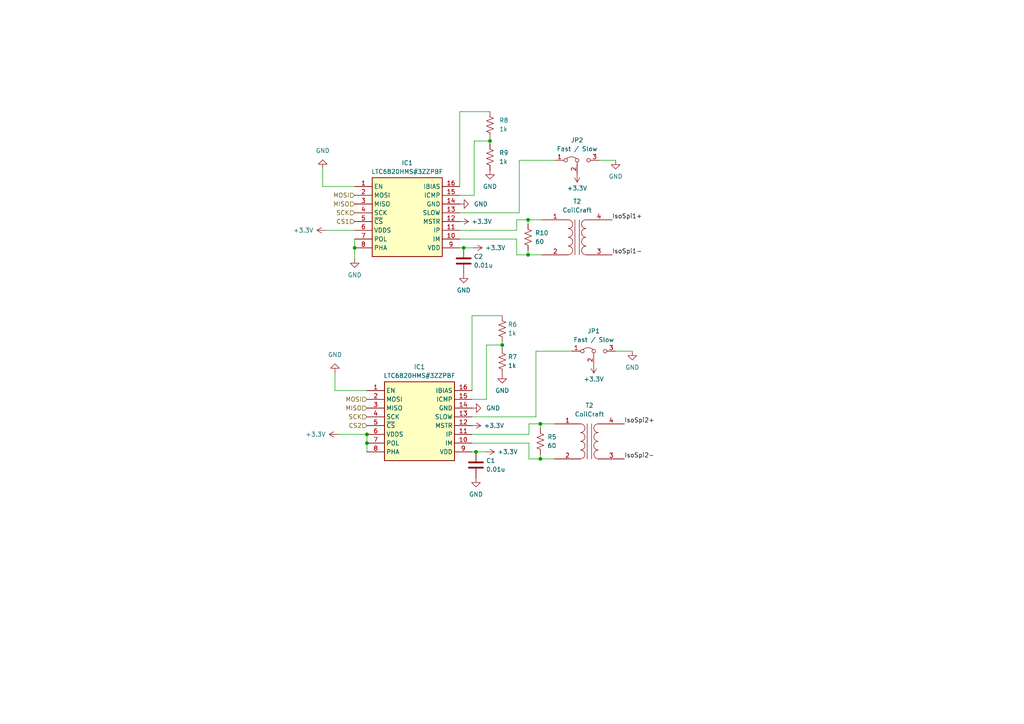
<source format=kicad_sch>
(kicad_sch (version 20230121) (generator eeschema)
  (paper "A4")
  (lib_symbols
    (symbol "AERO:LTC6820HMS#3ZZPBF"
      (property "Reference" "IC" (at 26.67 7.62 0))
      (property "Value" "LTC6820HMS#3ZZPBF" (at 26.67 5.08 0))
      (symbol "LTC6820HMS#3ZZPBF_1_1"
        (rectangle (start 5.08 2.54) (end 25.4 -20.32) (stroke (width 0.254)) (fill (type background)))
        (pin passive line (at 0 0 0) (length 5.08) (name "EN") (number "1"))
        (pin passive line (at 30.48 -15.24 180) (length 5.08) (name "IM") (number "10"))
        (pin passive line (at 30.48 -12.7 180) (length 5.08) (name "IP") (number "11"))
        (pin passive line (at 30.48 -10.16 180) (length 5.08) (name "MSTR") (number "12"))
        (pin passive line (at 30.48 -7.62 180) (length 5.08) (name "SLOW") (number "13"))
        (pin passive line (at 30.48 -5.08 180) (length 5.08) (name "GND") (number "14"))
        (pin passive line (at 30.48 -2.54 180) (length 5.08) (name "ICMP") (number "15"))
        (pin passive line (at 30.48 0 180) (length 5.08) (name "IBIAS") (number "16"))
        (pin passive line (at 0 -2.54 0) (length 5.08) (name "MOSI") (number "2"))
        (pin passive line (at 0 -5.08 0) (length 5.08) (name "MISO") (number "3"))
        (pin passive line (at 0 -7.62 0) (length 5.08) (name "SCK") (number "4"))
        (pin passive line (at 0 -10.16 0) (length 5.08) (name "~{CS}") (number "5"))
        (pin passive line (at 0 -12.7 0) (length 5.08) (name "VDDS") (number "6"))
        (pin passive line (at 0 -15.24 0) (length 5.08) (name "POL") (number "7"))
        (pin passive line (at 0 -17.78 0) (length 5.08) (name "PHA") (number "8"))
        (pin passive line (at 30.48 -17.78 180) (length 5.08) (name "VDD") (number "9"))
      )
    )
    (symbol "Device:C" (pin_numbers hide) (pin_names (offset 0.254))
      (property "Reference" "C" (at 0.635 2.54 0))
      (property "Value" "C" (at 0.635 -2.54 0))
      (symbol "C_0_1"
        (polyline (pts (xy -2.032 -0.762) (xy 2.032 -0.762)) (stroke (width 0.508)))
        (polyline (pts (xy -2.032 0.762) (xy 2.032 0.762)) (stroke (width 0.508)))
      )
      (symbol "C_1_1"
        (pin passive line (at 0 3.81 270) (length 2.794) (name "~") (number "1"))
        (pin passive line (at 0 -3.81 90) (length 2.794) (name "~") (number "2"))
      )
    )
    (symbol "Device:R_US" (pin_numbers hide) (pin_names (offset 0))
      (property "Reference" "R" (at 2.54 0 90))
      (property "Value" "R_US" (at -2.54 0 90))
      (symbol "R_US_0_1"
        (polyline (pts (xy 0 -2.286) (xy 0 -2.54)))
        (polyline (pts (xy 0 2.286) (xy 0 2.54)))
        (polyline (pts (xy 0 -0.762) (xy 1.016 -1.143) (xy 0 -1.524) (xy -1.016 -1.905) (xy 0 -2.286)))
        (polyline (pts (xy 0 0.762) (xy 1.016 0.381) (xy 0 0) (xy -1.016 -0.381) (xy 0 -0.762)))
        (polyline (pts (xy 0 2.286) (xy 1.016 1.905) (xy 0 1.524) (xy -1.016 1.143) (xy 0 0.762)))
      )
      (symbol "R_US_1_1"
        (pin passive line (at 0 3.81 270) (length 1.27) (name "~") (number "1"))
        (pin passive line (at 0 -3.81 90) (length 1.27) (name "~") (number "2"))
      )
    )
    (symbol "Device:Transformer_1P_1S" (pin_names (offset 1.016) hide)
      (property "Reference" "T" (at 0 6.35 0))
      (property "Value" "Transformer_1P_1S" (at 0 -7.62 0))
      (symbol "Transformer_1P_1S_0_1"
        (arc (start -2.54 -5.0546) (mid -1.6599 -4.6901) (end -1.27 -3.81))
        (arc (start -2.54 -2.5146) (mid -1.6599 -2.1501) (end -1.27 -1.27))
        (arc (start -2.54 0.0254) (mid -1.6599 0.3899) (end -1.27 1.27))
        (arc (start -2.54 2.5654) (mid -1.6599 2.9299) (end -1.27 3.81))
        (arc (start -1.27 -3.81) (mid -1.642 -2.912) (end -2.54 -2.54))
        (arc (start -1.27 -1.27) (mid -1.642 -0.372) (end -2.54 0))
        (arc (start -1.27 1.27) (mid -1.642 2.168) (end -2.54 2.54))
        (arc (start -1.27 3.81) (mid -1.642 4.708) (end -2.54 5.08))
        (polyline (pts (xy -0.635 5.08) (xy -0.635 -5.08)))
        (polyline (pts (xy 0.635 -5.08) (xy 0.635 5.08)))
        (arc (start 1.2954 -1.27) (mid 1.6599 -2.1501) (end 2.54 -2.5146))
        (arc (start 1.2954 1.27) (mid 1.6599 0.3899) (end 2.54 0.0254))
        (arc (start 1.2954 3.81) (mid 1.6599 2.9299) (end 2.54 2.5654))
        (arc (start 1.3208 -3.81) (mid 1.6853 -4.6901) (end 2.5654 -5.0546))
        (arc (start 2.54 0) (mid 1.642 -0.372) (end 1.2954 -1.27))
        (arc (start 2.54 2.54) (mid 1.642 2.168) (end 1.2954 1.27))
        (arc (start 2.54 5.08) (mid 1.642 4.708) (end 1.2954 3.81))
        (arc (start 2.5654 -2.54) (mid 1.6674 -2.912) (end 1.3208 -3.81))
      )
      (symbol "Transformer_1P_1S_1_1"
        (pin passive line (at -10.16 5.08 0) (length 7.62) (name "AA") (number "1"))
        (pin passive line (at -10.16 -5.08 0) (length 7.62) (name "AB") (number "2"))
        (pin passive line (at 10.16 -5.08 180) (length 7.62) (name "SA") (number "3"))
        (pin passive line (at 10.16 5.08 180) (length 7.62) (name "SB") (number "4"))
      )
    )
    (symbol "Jumper:Jumper_3_Bridged12" (pin_names (offset 0) hide)
      (property "Reference" "JP" (at -2.54 -2.54 0))
      (property "Value" "Jumper_3_Bridged12" (at 0 2.794 0))
      (symbol "Jumper_3_Bridged12_0_0"
        (circle (center -3.302 0) (radius 0.508))
        (circle (center 0 0) (radius 0.508))
        (circle (center 3.302 0) (radius 0.508))
      )
      (symbol "Jumper_3_Bridged12_0_1"
        (arc (start -0.254 0.508) (mid -1.651 0.9912) (end -3.048 0.508))
        (polyline (pts (xy 0 -1.27) (xy 0 -0.508)))
      )
      (symbol "Jumper_3_Bridged12_1_1"
        (pin passive line (at -6.35 0 0) (length 2.54) (name "A") (number "1"))
        (pin passive line (at 0 -3.81 90) (length 2.54) (name "C") (number "2"))
        (pin passive line (at 6.35 0 180) (length 2.54) (name "B") (number "3"))
      )
    )
    (symbol "power:+3.3V" (power) (pin_names (offset 0))
      (property "Value" "+3.3V" (at 0 3.556 0))
      (symbol "+3.3V_0_1"
        (polyline (pts (xy -0.762 1.27) (xy 0 2.54)))
        (polyline (pts (xy 0 0) (xy 0 2.54)))
        (polyline (pts (xy 0 2.54) (xy 0.762 1.27)))
      )
      (symbol "+3.3V_1_1"
        (pin power_in line (at 0 0 90) (length 0) hide (name "+3.3V") (number "1"))
      )
    )
    (symbol "power:GND" (power) (pin_names (offset 0))
      (property "Value" "GND" (at 0 -3.81 0))
      (symbol "GND_0_1"
        (polyline (pts (xy 0 0) (xy 0 -1.27) (xy 1.27 -1.27) (xy 0 -2.54) (xy -1.27 -1.27) (xy 0 -1.27)))
      )
      (symbol "GND_1_1"
        (pin power_in line (at 0 0 270) (length 0) hide (name "GND") (number "1"))
      )
    )
  )
  (junction (at 145.669 100.076))
  (junction (at 153.162 63.754))
  (junction (at 134.493 71.882))
  (junction (at 153.162 73.914))
  (junction (at 156.718 122.936))
  (junction (at 156.718 133.096))
  (junction (at 106.426 125.984))
  (junction (at 138.049 131.064))
  (junction (at 102.87 71.882))
  (junction (at 142.113 40.894))
  (junction (at 106.426 128.524))
  (wire (pts (xy 161.036 46.482) (xy 150.622 46.482)))
  (wire (pts (xy 133.35 54.102) (xy 133.35 32.385)))
  (wire (pts (xy 153.416 133.096) (xy 153.416 128.524)))
  (wire (pts (xy 183.388 101.854) (xy 178.562 101.854)))
  (wire (pts (xy 93.599 54.102) (xy 102.87 54.102)))
  (wire (pts (xy 102.87 69.342) (xy 102.87 71.882)))
  (wire (pts (xy 142.113 41.783) (xy 142.113 40.894)))
  (wire (pts (xy 156.718 122.936) (xy 160.782 122.936)))
  (wire (pts (xy 153.416 128.524) (xy 136.906 128.524)))
  (wire (pts (xy 153.162 73.914) (xy 157.226 73.914)))
  (wire (pts (xy 153.416 122.936) (xy 156.718 122.936)))
  (wire (pts (xy 93.599 48.895) (xy 93.599 54.102)))
  (wire (pts (xy 141.097 115.824) (xy 141.097 100.076)))
  (wire (pts (xy 156.718 131.826) (xy 156.718 133.096)))
  (wire (pts (xy 137.541 56.642) (xy 137.541 40.894)))
  (wire (pts (xy 133.35 32.385) (xy 142.113 32.385)))
  (wire (pts (xy 153.416 133.096) (xy 156.718 133.096)))
  (wire (pts (xy 155.448 101.854) (xy 155.448 120.904)))
  (wire (pts (xy 138.049 131.064) (xy 140.843 131.064)))
  (wire (pts (xy 149.86 69.342) (xy 133.35 69.342)))
  (wire (pts (xy 137.541 40.894) (xy 142.113 40.894)))
  (wire (pts (xy 153.162 63.754) (xy 157.226 63.754)))
  (wire (pts (xy 97.155 113.284) (xy 106.426 113.284)))
  (wire (pts (xy 136.906 91.567) (xy 145.669 91.567)))
  (wire (pts (xy 149.86 73.914) (xy 149.86 69.342)))
  (wire (pts (xy 156.718 124.206) (xy 156.718 122.936)))
  (wire (pts (xy 136.906 131.064) (xy 138.049 131.064)))
  (wire (pts (xy 149.86 66.802) (xy 133.35 66.802)))
  (wire (pts (xy 155.448 120.904) (xy 136.906 120.904)))
  (wire (pts (xy 153.162 65.024) (xy 153.162 63.754)))
  (wire (pts (xy 149.86 63.754) (xy 153.162 63.754)))
  (wire (pts (xy 102.87 75.057) (xy 102.87 71.882)))
  (wire (pts (xy 106.426 128.524) (xy 106.426 125.984)))
  (wire (pts (xy 178.562 46.482) (xy 173.736 46.482)))
  (wire (pts (xy 134.493 71.882) (xy 137.287 71.882)))
  (wire (pts (xy 136.906 115.824) (xy 141.097 115.824)))
  (wire (pts (xy 133.35 56.642) (xy 137.541 56.642)))
  (wire (pts (xy 97.155 108.077) (xy 97.155 113.284)))
  (wire (pts (xy 153.416 125.984) (xy 136.906 125.984)))
  (wire (pts (xy 133.35 61.722) (xy 150.622 61.722)))
  (wire (pts (xy 149.86 73.914) (xy 153.162 73.914)))
  (wire (pts (xy 150.622 61.722) (xy 150.622 46.482)))
  (wire (pts (xy 141.097 100.076) (xy 145.669 100.076)))
  (wire (pts (xy 153.162 72.644) (xy 153.162 73.914)))
  (wire (pts (xy 149.86 63.754) (xy 149.86 66.802)))
  (wire (pts (xy 142.113 40.894) (xy 142.113 40.005)))
  (wire (pts (xy 106.426 131.064) (xy 106.426 128.524)))
  (wire (pts (xy 136.906 113.284) (xy 136.906 91.567)))
  (wire (pts (xy 145.669 100.965) (xy 145.669 100.076)))
  (wire (pts (xy 94.488 66.802) (xy 102.87 66.802)))
  (wire (pts (xy 133.35 71.882) (xy 134.493 71.882)))
  (wire (pts (xy 153.416 122.936) (xy 153.416 125.984)))
  (wire (pts (xy 165.862 101.854) (xy 155.448 101.854)))
  (wire (pts (xy 98.044 125.984) (xy 106.426 125.984)))
  (wire (pts (xy 145.669 100.076) (xy 145.669 99.187)))
  (wire (pts (xy 156.718 133.096) (xy 160.782 133.096)))
  (label "IsoSpi1+" (at 177.546 63.754 0))
  (label "IsoSpi2-" (at 181.102 133.096 0))
  (label "IsoSpi2+" (at 181.102 122.936 0))
  (label "IsoSpi1-" (at 177.546 73.914 0))
  (hierarchical_label "MISO" (shape input) (at 106.426 118.364 180))
  (hierarchical_label "MISO" (shape input) (at 102.87 59.182 180))
  (hierarchical_label "CS1" (shape input) (at 102.87 64.262 180))
  (hierarchical_label "SCK" (shape input) (at 106.426 120.904 180))
  (hierarchical_label "MOSI" (shape input) (at 102.87 56.642 180))
  (hierarchical_label "MOSI" (shape input) (at 106.426 115.824 180))
  (hierarchical_label "CS2" (shape input) (at 106.426 123.444 180))
  (hierarchical_label "SCK" (shape input) (at 102.87 61.722 180))
  (symbol (lib_id "AERO:LTC6820HMS#3ZZPBF") (at 106.426 113.284 0) (unit 1)
    (property "Reference" "IC1" (at 121.666 106.426 0))
    (property "Value" "LTC6820HMS#3ZZPBF" (at 121.666 108.966 0))
    (property "Footprint" "AERO_Footprints:SOP50P490X110-16N" (effects hide))
    (property "Datasheet" "https://www.analog.com/media/en/technical-documentation/data-sheets/LTC6820.pdf" (effects hide))
    (property "Height" "1.1" (effects hide))
    (property "Manufacturer_Name" "Analog Devices" (effects hide))
    (property "Manufacturer_Part_Number" "LTC6820HMS#3ZZPBF" (effects hide))
    (property "Mouser Part Number" "584-6820HMS#3ZZPB" (effects hide))
    (property "Mouser Price/Stock" "https://www.mouser.co.uk/ProductDetail/Analog-Devices/LTC6820HMS3ZZPBF?qs=byeeYqUIh0PVRI5fl%252BKPig%3D%3D" (effects hide))
    (property "Arrow Part Number" "LTC6820HMS#3ZZPBF" (effects hide))
    (property "Arrow Price/Stock" "https://www.arrow.com/en/products/ltc6820hms3zzpbf/analog-devices?region=europe" (effects hide))
    (instances (project "PACman LV" (path "" (reference "IC1") (unit 1)) (path "" (reference "IC2") (unit 1))))
  )
  (symbol (lib_id "Device:Transformer_1P_1S") (at 167.386 68.834 0) (unit 1)
    (property "Reference" "T2" (at 167.3987 58.42 0))
    (property "Value" "CoilCraft" (at 167.3987 60.96 0))
    (property "Footprint" "AERO_Footprints:SRF4532-220Y" (effects hide))
    (instances (project "PACman LV" (path "" (reference "T2") (unit 1)) (path "" (reference "T3") (unit 1))))
  )
  (symbol (lib_id "power:GND") (at 142.113 49.403 0) (unit 1)
    (property "Reference" "#PWR026" (effects hide))
    (property "Value" "GND" (at 142.113 54.102 0))
  )
  (symbol (lib_id "power:GND") (at 178.562 46.482 0) (unit 1)
    (property "Reference" "#PWR028" (effects hide))
    (property "Value" "GND" (at 178.562 51.181 0))
  )
  (symbol (lib_id "power:GND") (at 134.493 79.502 0) (unit 1)
    (property "Reference" "#PWR024" (effects hide))
    (property "Value" "GND" (at 134.493 84.201 0))
  )
  (symbol (lib_id "power:+3.3V") (at 98.044 125.984 90) (unit 1)
    (property "Reference" "#PWR012" (effects hide))
    (property "Value" "+3.3V" (at 94.488 125.984 90) (effects (justify left)))
  )
  (symbol (lib_id "Jumper:Jumper_3_Bridged12") (at 172.212 101.854 0) (unit 1)
    (property "Reference" "JP1" (at 172.212 96.012 0))
    (property "Value" "Fast / Slow" (at 172.212 98.552 0))
    (property "Footprint" "Jumper:SolderJumper-3_P1.3mm_Bridged2Bar12_RoundedPad1.0x1.5mm_NumberLabels" (effects hide))
  )
  (symbol (lib_id "power:GND") (at 97.155 108.077 180) (unit 1)
    (property "Reference" "#PWR011" (effects hide))
    (property "Value" "GND" (at 97.155 102.87 0))
  )
  (symbol (lib_id "power:+3.3V") (at 172.212 105.664 180) (unit 1)
    (property "Reference" "#PWR013" (effects hide))
    (property "Value" "+3.3V" (at 172.212 109.982 0))
  )
  (symbol (lib_id "power:+3.3V") (at 133.35 64.262 270) (unit 1)
    (property "Reference" "#PWR023" (effects hide))
    (property "Value" "+3.3V" (at 136.779 64.262 90) (effects (justify left)))
  )
  (symbol (lib_id "power:+3.3V") (at 94.488 66.802 90) (unit 1)
    (property "Reference" "#PWR020" (effects hide))
    (property "Value" "+3.3V" (at 90.932 66.802 90) (effects (justify left)))
  )
  (symbol (lib_id "power:GND") (at 136.906 118.364 90) (unit 1)
    (property "Reference" "#PWR017" (effects hide))
    (property "Value" "GND" (at 140.97 118.364 90) (effects (justify right)))
  )
  (symbol (lib_id "Device:R_US") (at 145.669 104.775 0) (unit 1)
    (property "Reference" "R7" (at 147.32 103.505 0) (effects (justify left)))
    (property "Value" "1k" (at 147.32 106.045 0) (effects (justify left)))
    (property "Footprint" "Resistor_SMD:R_0603_1608Metric_Pad0.98x0.95mm_HandSolder" (effects hide))
  )
  (symbol (lib_id "Device:C") (at 138.049 134.874 0) (unit 1)
    (property "Reference" "C1" (at 140.97 133.604 0) (effects (justify left)))
    (property "Value" "0.01u" (at 140.97 136.144 0) (effects (justify left)))
    (property "Footprint" "Capacitor_SMD:C_0603_1608Metric_Pad1.08x0.95mm_HandSolder" (effects hide))
  )
  (symbol (lib_id "AERO:LTC6820HMS#3ZZPBF") (at 102.87 54.102 0) (unit 1)
    (property "Reference" "IC1" (at 118.11 47.244 0))
    (property "Value" "LTC6820HMS#3ZZPBF" (at 118.11 49.784 0))
    (property "Footprint" "AERO_Footprints:SOP50P490X110-16N" (effects hide))
    (property "Datasheet" "https://www.analog.com/media/en/technical-documentation/data-sheets/LTC6820.pdf" (effects hide))
    (property "Height" "1.1" (effects hide))
    (property "Manufacturer_Name" "Analog Devices" (effects hide))
    (property "Manufacturer_Part_Number" "LTC6820HMS#3ZZPBF" (effects hide))
    (property "Mouser Part Number" "584-6820HMS#3ZZPB" (effects hide))
    (property "Mouser Price/Stock" "https://www.mouser.co.uk/ProductDetail/Analog-Devices/LTC6820HMS3ZZPBF?qs=byeeYqUIh0PVRI5fl%252BKPig%3D%3D" (effects hide))
    (property "Arrow Part Number" "LTC6820HMS#3ZZPBF" (effects hide))
    (property "Arrow Price/Stock" "https://www.arrow.com/en/products/ltc6820hms3zzpbf/analog-devices?region=europe" (effects hide))
    (instances (project "PACman LV" (path "" (reference "IC1") (unit 1)) (path "" (reference "IC3") (unit 1))))
  )
  (symbol (lib_id "power:GND") (at 183.388 101.854 0) (unit 1)
    (property "Reference" "#PWR010" (effects hide))
    (property "Value" "GND" (at 183.388 106.553 0))
  )
  (symbol (lib_id "Device:C") (at 134.493 75.692 0) (unit 1)
    (property "Reference" "C2" (at 137.414 74.422 0) (effects (justify left)))
    (property "Value" "0.01u" (at 137.414 76.962 0) (effects (justify left)))
    (property "Footprint" "Capacitor_SMD:C_0603_1608Metric_Pad1.08x0.95mm_HandSolder" (effects hide))
  )
  (symbol (lib_id "power:GND") (at 145.669 108.585 0) (unit 1)
    (property "Reference" "#PWR018" (effects hide))
    (property "Value" "GND" (at 145.669 113.284 0))
  )
  (symbol (lib_id "Device:R_US") (at 142.113 45.593 0) (unit 1)
    (property "Reference" "R9" (at 144.78 44.323 0) (effects (justify left)))
    (property "Value" "1k" (at 144.78 46.863 0) (effects (justify left)))
    (property "Footprint" "Resistor_SMD:R_0603_1608Metric_Pad0.98x0.95mm_HandSolder" (effects hide))
  )
  (symbol (lib_id "power:GND") (at 102.87 75.057 0) (unit 1)
    (property "Reference" "#PWR021" (effects hide))
    (property "Value" "GND" (at 102.87 79.756 0))
  )
  (symbol (lib_id "power:+3.3V") (at 167.386 50.292 180) (unit 1)
    (property "Reference" "#PWR027" (effects hide))
    (property "Value" "+3.3V" (at 167.386 54.61 0))
  )
  (symbol (lib_id "Jumper:Jumper_3_Bridged12") (at 167.386 46.482 0) (unit 1)
    (property "Reference" "JP2" (at 167.386 40.64 0))
    (property "Value" "Fast / Slow" (at 167.386 43.18 0))
    (property "Footprint" "Jumper:SolderJumper-3_P1.3mm_Bridged2Bar12_RoundedPad1.0x1.5mm_NumberLabels" (effects hide))
  )
  (symbol (lib_id "Device:Transformer_1P_1S") (at 170.942 128.016 0) (unit 1)
    (property "Reference" "T2" (at 170.9547 117.602 0))
    (property "Value" "CoilCraft" (at 170.9547 120.142 0))
    (property "Footprint" "AERO_Footprints:SRF4532-220Y" (effects hide))
  )
  (symbol (lib_id "Device:R_US") (at 142.113 36.195 0) (unit 1)
    (property "Reference" "R8" (at 144.78 34.925 0) (effects (justify left)))
    (property "Value" "1k" (at 144.78 37.465 0) (effects (justify left)))
    (property "Footprint" "Resistor_SMD:R_0603_1608Metric_Pad0.98x0.95mm_HandSolder" (effects hide))
  )
  (symbol (lib_id "power:GND") (at 133.35 59.182 90) (unit 1)
    (property "Reference" "#PWR022" (effects hide))
    (property "Value" "GND" (at 137.414 59.182 90) (effects (justify right)))
  )
  (symbol (lib_id "power:+3.3V") (at 136.906 123.444 270) (unit 1)
    (property "Reference" "#PWR016" (effects hide))
    (property "Value" "+3.3V" (at 140.335 123.444 90) (effects (justify left)))
  )
  (symbol (lib_id "Device:R_US") (at 145.669 95.377 0) (unit 1)
    (property "Reference" "R6" (at 147.32 94.107 0) (effects (justify left)))
    (property "Value" "1k" (at 147.32 96.647 0) (effects (justify left)))
    (property "Footprint" "Resistor_SMD:R_0603_1608Metric_Pad0.98x0.95mm_HandSolder" (effects hide))
  )
  (symbol (lib_id "power:+3.3V") (at 137.287 71.882 270) (unit 1)
    (property "Reference" "#PWR025" (effects hide))
    (property "Value" "+3.3V" (at 140.716 71.882 90) (effects (justify left)))
  )
  (symbol (lib_id "power:GND") (at 138.049 138.684 0) (unit 1)
    (property "Reference" "#PWR015" (effects hide))
    (property "Value" "GND" (at 138.049 143.383 0))
  )
  (symbol (lib_id "power:+3.3V") (at 140.843 131.064 270) (unit 1)
    (property "Reference" "#PWR014" (effects hide))
    (property "Value" "+3.3V" (at 144.272 131.064 90) (effects (justify left)))
  )
  (symbol (lib_id "power:GND") (at 93.599 48.895 180) (unit 1)
    (property "Reference" "#PWR019" (effects hide))
    (property "Value" "GND" (at 93.599 43.688 0))
  )
  (symbol (lib_id "Device:R_US") (at 153.162 68.834 0) (unit 1)
    (property "Reference" "R10" (at 155.194 67.564 0) (effects (justify left)))
    (property "Value" "60" (at 155.194 70.104 0) (effects (justify left)))
    (property "Footprint" "Resistor_SMD:R_0603_1608Metric_Pad0.98x0.95mm_HandSolder" (effects hide))
  )
  (symbol (lib_id "Device:R_US") (at 156.718 128.016 0) (unit 1)
    (property "Reference" "R5" (at 158.75 126.746 0) (effects (justify left)))
    (property "Value" "60" (at 158.75 129.286 0) (effects (justify left)))
    (property "Footprint" "Resistor_SMD:R_0603_1608Metric_Pad0.98x0.95mm_HandSolder" (effects hide))
  )
)
</source>
